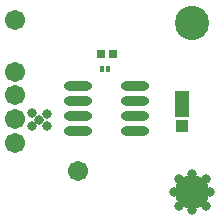
<source format=gts>
%FSTAX23Y23*%
%MOIN*%
%SFA1B1*%

%IPPOS*%
%ADD32O,0.094600X0.031600*%
%ADD33C,0.067100*%
%ADD34R,0.051300X0.086700*%
%ADD35R,0.039500X0.039500*%
%ADD36R,0.031600X0.027700*%
%ADD37R,0.017800X0.021800*%
%ADD38C,0.114300*%
%ADD39C,0.031600*%
%LNvapeix_eeprom_test-1*%
%LPD*%
G54D32*
X02514Y0329D03*
Y0334D03*
Y0339D03*
Y0344D03*
X02325Y0329D03*
Y0334D03*
Y0339D03*
Y0344D03*
G54D33*
X02325Y03155D03*
X02115Y0366D03*
Y03486D03*
Y03407D03*
Y0325D03*
Y03328D03*
G54D34*
X02669Y03379D03*
G54D35*
X02669Y03305D03*
G54D36*
X024Y03545D03*
X02439D03*
G54D37*
X02405Y03495D03*
X02424D03*
G54D38*
X02705Y0365D03*
Y03085D03*
G54D39*
X02645Y03085D03*
X02705Y03025D03*
X02765Y03085D03*
X0266Y0304D03*
X0275D03*
X0266Y0313D03*
X0275D03*
X02195Y03325D03*
X0217Y0335D03*
Y03305D03*
X0222Y03345D03*
Y03305D03*
X02705Y03145D03*
M02*
</source>
